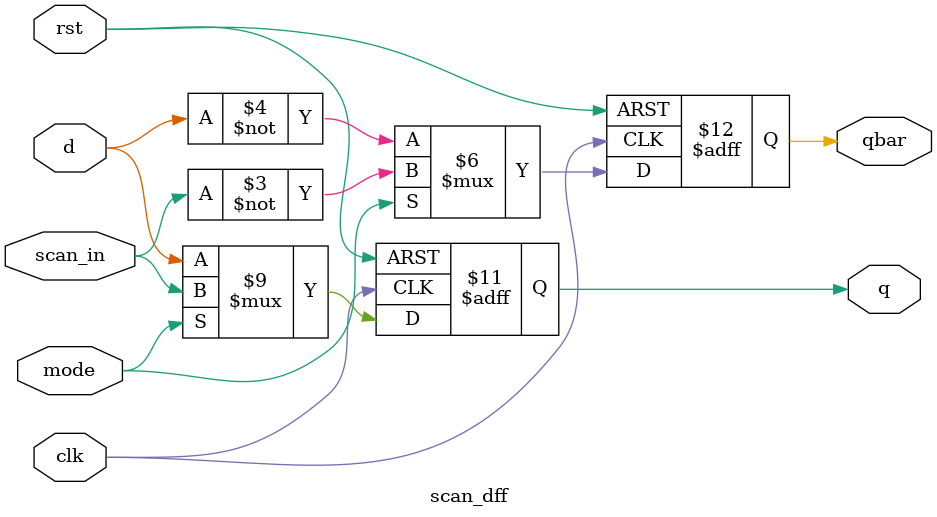
<source format=sv>
module scan_dff (output logic q, qbar, input logic clk, rst, d, mode, scan_in);

always_ff @(posedge clk, negedge rst)
  if (~rst)
    begin
    q <= 1'b0;
    qbar <= 1'b1;
    end
  else if (mode)
    begin
    q <= scan_in;
    qbar <= ~scan_in;
    end
  else
    begin
    q <= d;
    qbar <= ~d;
    end
    
endmodule

</source>
